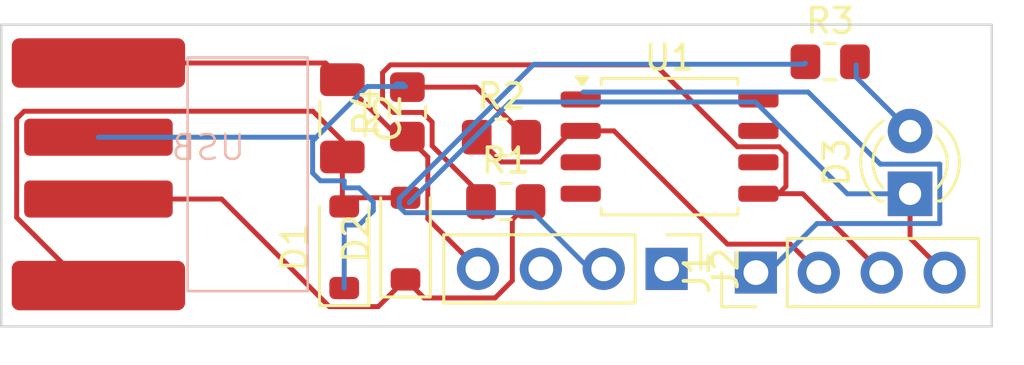
<source format=kicad_pcb>
(kicad_pcb (version 20241229) (generator "pcbnew") (generator_version "9.0")
  (layers (0 "F.Cu" signal) (2 "B.Cu" signal) (13 "F.Paste" user) (15 "B.Paste" user) (5 "F.SilkS" user "F.Silkscreen") (7 "B.SilkS" user "B.Silkscreen") (1 "F.Mask" user) (3 "B.Mask" user) (25 "Edge.Cuts" user))
  (net 0 "")
  (net 1 "+5V")
  (net 2 "GND")
  (net 3 "Net-(D1-K)")
  (net 4 "Net-(D2-K)")
  (net 5 "Net-(D3-A)")
  (net 6 "Net-(J1-Pin_1)")
  (net 7 "Net-(J1-Pin_3)")
  (net 8 "Net-(J1-Pin_2)")
  (net 9 "Net-(J2-Pin_3)")
  (net 10 "Net-(J2-Pin_1)")
  (net 11 "Net-(J2-Pin_2)")
  (footprint "Package_SO:SOIC-8_5.3x5.3mm_P1.27mm" (layer "F.Cu") (at 57.7875 81.13)
    (property "Reference" "U1" (at 0 -3.6 0) (layer "F.SilkS"))
    (property "Value" "ATtiny85-20M")
    (fp_line (start -2.76 -2.76) (end -2.76 -2.49) (stroke (width 0.12)) (layer "F.SilkS"))
    (fp_line (start -2.76 2.76) (end -2.76 2.49) (stroke (width 0.12)) (layer "F.SilkS"))
    (fp_line (start 0 -2.76) (end -2.76 -2.76) (stroke (width 0.12)) (layer "F.SilkS"))
    (fp_line (start 0 -2.76) (end 2.76 -2.76) (stroke (width 0.12)) (layer "F.SilkS"))
    (fp_line (start 0 2.76) (end -2.76 2.76) (stroke (width 0.12)) (layer "F.SilkS"))
    (fp_line (start 0 2.76) (end 2.76 2.76) (stroke (width 0.12)) (layer "F.SilkS"))
    (fp_line (start 2.76 -2.76) (end 2.76 -2.49) (stroke (width 0.12)) (layer "F.SilkS"))
    (fp_line (start 2.76 2.76) (end 2.76 2.49) (stroke (width 0.12)) (layer "F.SilkS"))
    (fp_poly (pts (xy -3.525 -2.49) (xy -3.765 -2.82) (xy -3.285 -2.82)) (stroke (width 0.12)) (fill yes) (layer "F.SilkS"))
    (pad "1" smd roundrect (at -3.5875 -1.905) (size 1.625 0.65) (layers "F.Cu" "F.Mask" "F.Paste") (net 6 "Net-(J1-Pin_1)"))
    (pad "2" smd roundrect (at -3.5875 -0.635) (size 1.625 0.65) (layers "F.Cu" "F.Mask" "F.Paste") (net 8 "Net-(J1-Pin_2)"))
    (pad "3" smd roundrect (at -3.5875 0.635) (size 1.625 0.65) (layers "F.Cu" "F.Mask" "F.Paste"))
    (pad "4" smd roundrect (at -3.5875 1.905) (size 1.625 0.65) (layers "F.Cu" "F.Mask" "F.Paste"))
    (pad "5" smd roundrect (at 3.5875 1.905) (size 1.625 0.65) (layers "F.Cu" "F.Mask" "F.Paste") (net 7 "Net-(J1-Pin_3)"))
    (pad "6" smd roundrect (at 3.5875 0.635) (size 1.625 0.65) (layers "F.Cu" "F.Mask" "F.Paste"))
    (pad "7" smd roundrect (at 3.5875 -0.635) (size 1.625 0.65) (layers "F.Cu" "F.Mask" "F.Paste"))
    (pad "8" smd roundrect (at 3.5875 -1.905) (size 1.625 0.65) (layers "F.Cu" "F.Mask" "F.Paste") (net 2 "GND"))
  )
  (footprint "Diode_SMD:D_SOD-123" (layer "F.Cu") (at 44.65 85.2 90)
    (property "Reference" "D1" (at 0 -2 90) (layer "F.SilkS"))
    (property "Value" "3v6")
    (fp_line (start -2.36 -1) (end 1.65 -1) (stroke (width 0.12)) (layer "F.SilkS"))
    (fp_line (start -2.36 -1) (end -2.36 1) (stroke (width 0.12)) (layer "F.SilkS"))
    (fp_line (start -2.36 1) (end 1.65 1) (stroke (width 0.12)) (layer "F.SilkS"))
    (pad "1" smd roundrect (at -1.65 0 90) (size 0.9 1.2) (layers "F.Cu" "F.Mask" "F.Paste") (net 3 "Net-(D1-K)"))
    (pad "2" smd roundrect (at 1.65 0 90) (size 0.9 1.2) (layers "F.Cu" "F.Mask" "F.Paste") (net 2 "GND"))
  )
  (footprint "Resistor_SMD:R_0805_2012Metric_Pad1.20x1.40mm_HandSolder" (layer "F.Cu") (at 47.2 79.725 90)
    (property "Reference" "R4" (at 0 -1.65 90) (layer "F.SilkS"))
    (property "Value" "1k5")
    (fp_line (start -0.227064 -0.735) (end 0.227064 -0.735) (stroke (width 0.12)) (layer "F.SilkS"))
    (fp_line (start -0.227064 0.735) (end 0.227064 0.735) (stroke (width 0.12)) (layer "F.SilkS"))
    (pad "1" smd roundrect (at -1 0 90) (size 1.2 1.4) (layers "F.Cu" "F.Mask" "F.Paste") (roundrect_rratio 0.208333) (net 1 "+5V"))
    (pad "2" smd roundrect (at 1 0 90) (size 1.2 1.4) (layers "F.Cu" "F.Mask" "F.Paste") (roundrect_rratio 0.208333) (net 3 "Net-(D1-K)"))
  )
  (footprint "Library footprint:USB footprint" (layer "F.Cu") (at 34.725 86.75)
    (property "Reference" "U2" (hide yes))
    (property "Value" "~")
    (fp_rect (start 3.6 -9.225) (end 8.45 0.225) (stroke (width 0.1)) (fill no) (layer "B.SilkS"))
    (fp_text user "USB" (at 6 -5 0) (layer "B.SilkS") (effects (font (thickness 0.1)) (justify left bottom mirror)))
    (pad "1" smd roundrect (at 0 -9) (size 7 2) (layers "F.Cu" "F.Mask" "F.Paste") (roundrect_rratio 0.15) (net 1 "+5V"))
    (pad "2" smd roundrect (at 0 -6) (size 6 1.5) (layers "F.Cu" "F.Mask" "F.Paste") (roundrect_rratio 0.15) (net 3 "Net-(D1-K)"))
    (pad "3" smd roundrect (at 0 -3.5) (size 6 1.5) (layers "F.Cu" "F.Mask" "F.Paste") (roundrect_rratio 0.15) (net 4 "Net-(D2-K)"))
    (pad "4" smd roundrect (at 0 0) (size 7 2) (layers "F.Cu" "F.Mask" "F.Paste") (roundrect_rratio 0.15) (net 2 "GND"))
  )
  (footprint "Connector_PinHeader_2.54mm:PinHeader_1x04_P2.54mm_Vertical" (layer "F.Cu") (at 61.275 86.225 90)
    (property "Reference" "J1" (at 0 -2.38 90) (layer "F.SilkS"))
    (property "Value" "S08-1-4")
    (fp_line (start -1.38 -1.38) (end 0 -1.38) (stroke (width 0.12)) (layer "F.SilkS"))
    (fp_line (start -1.38 0) (end -1.38 -1.38) (stroke (width 0.12)) (layer "F.SilkS"))
    (fp_line (start 1.38 1.27) (end 1.38 9) (stroke (width 0.12)) (layer "F.SilkS"))
    (fp_line (start -1.38 1.27) (end 1.38 1.27) (stroke (width 0.12)) (layer "F.SilkS"))
    (fp_line (start -1.38 1.27) (end -1.38 9) (stroke (width 0.12)) (layer "F.SilkS"))
    (fp_line (start -1.38 9) (end 1.38 9) (stroke (width 0.12)) (layer "F.SilkS"))
    (pad "1" thru_hole rect (at 0 0 90) (size 1.7 1.7) (drill 1) (layers "*.Cu" "*.Mask") (net 6 "Net-(J1-Pin_1)"))
    (pad "2" thru_hole circle (at 0 2.54 90) (size 1.7 1.7) (drill 1) (layers "*.Cu" "*.Mask") (net 8 "Net-(J1-Pin_2)"))
    (pad "3" thru_hole circle (at 0 5.08 90) (size 1.7 1.7) (drill 1) (layers "*.Cu" "*.Mask") (net 7 "Net-(J1-Pin_3)"))
    (pad "4" thru_hole circle (at 0 7.62 90) (size 1.7 1.7) (drill 1) (layers "*.Cu" "*.Mask") (net 2 "GND"))
  )
  (footprint "Connector_PinHeader_2.54mm:PinHeader_1x04_P2.54mm_Vertical" (layer "F.Cu") (at 57.67 86.075 -90)
    (property "Reference" "J2" (at 0 -2.38 90) (layer "F.SilkS"))
    (property "Value" "SO8-5-8")
    (fp_line (start -1.38 9) (end 1.38 9) (stroke (width 0.12)) (layer "F.SilkS"))
    (fp_line (start -1.38 1.27) (end -1.38 9) (stroke (width 0.12)) (layer "F.SilkS"))
    (fp_line (start -1.38 1.27) (end 1.38 1.27) (stroke (width 0.12)) (layer "F.SilkS"))
    (fp_line (start 1.38 1.27) (end 1.38 9) (stroke (width 0.12)) (layer "F.SilkS"))
    (fp_line (start -1.38 0) (end -1.38 -1.38) (stroke (width 0.12)) (layer "F.SilkS"))
    (fp_line (start -1.38 -1.38) (end 0 -1.38) (stroke (width 0.12)) (layer "F.SilkS"))
    (pad "1" thru_hole rect (at 0 0 270) (size 1.7 1.7) (drill 1) (layers "*.Cu" "*.Mask") (net 10 "Net-(J2-Pin_1)"))
    (pad "2" thru_hole circle (at 0 2.54 270) (size 1.7 1.7) (drill 1) (layers "*.Cu" "*.Mask") (net 11 "Net-(J2-Pin_2)"))
    (pad "3" thru_hole circle (at 0 5.08 270) (size 1.7 1.7) (drill 1) (layers "*.Cu" "*.Mask") (net 9 "Net-(J2-Pin_3)"))
    (pad "4" thru_hole circle (at 0 7.62 270) (size 1.7 1.7) (drill 1) (layers "*.Cu" "*.Mask") (net 1 "+5V"))
  )
  (footprint "Resistor_SMD:R_0805_2012Metric_Pad1.20x1.40mm_HandSolder" (layer "F.Cu") (at 51.175 83.35)
    (property "Reference" "R1" (at 0 -1.65 0) (layer "F.SilkS"))
    (property "Value" "68R")
    (fp_line (start -0.227064 -0.735) (end 0.227064 -0.735) (stroke (width 0.12)) (layer "F.SilkS"))
    (fp_line (start -0.227064 0.735) (end 0.227064 0.735) (stroke (width 0.12)) (layer "F.SilkS"))
    (pad "1" smd roundrect (at -1 0) (size 1.2 1.4) (layers "F.Cu" "F.Mask" "F.Paste") (roundrect_rratio 0.208333) (net 7 "Net-(J1-Pin_3)"))
    (pad "2" smd roundrect (at 1 0) (size 1.2 1.4) (layers "F.Cu" "F.Mask" "F.Paste") (roundrect_rratio 0.208333) (net 4 "Net-(D2-K)"))
  )
  (footprint "Diode_SMD:D_SOD-123" (layer "F.Cu") (at 47.125 84.85 90)
    (property "Reference" "D2" (at 0 -2 90) (layer "F.SilkS"))
    (property "Value" "3v6")
    (fp_line (start -2.36 -1) (end 1.65 -1) (stroke (width 0.12)) (layer "F.SilkS"))
    (fp_line (start -2.36 -1) (end -2.36 1) (stroke (width 0.12)) (layer "F.SilkS"))
    (fp_line (start -2.36 1) (end 1.65 1) (stroke (width 0.12)) (layer "F.SilkS"))
    (pad "1" smd roundrect (at -1.65 0 90) (size 0.9 1.2) (layers "F.Cu" "F.Mask" "F.Paste") (net 4 "Net-(D2-K)"))
    (pad "2" smd roundrect (at 1.65 0 90) (size 0.9 1.2) (layers "F.Cu" "F.Mask" "F.Paste") (net 2 "GND"))
  )
  (footprint "LED_THT:LED_D3.0mm_IRGrey" (layer "F.Cu") (at 67.5 83.04 90)
    (property "Reference" "D3" (at 1.27 -2.96 90) (layer "F.SilkS"))
    (property "Value" "LED")
    (fp_line (start -0.29 -1.236) (end -0.29 -1.08) (stroke (width 0.12)) (layer "F.SilkS"))
    (fp_line (start -0.29 1.08) (end -0.29 1.236) (stroke (width 0.12)) (layer "F.SilkS"))
    (fp_arc (start -0.29 -1.235516) (mid 1.36566 -1.987699) (end 2.941437 -1.08) (stroke (width 0.12)) (layer "F.SilkS"))
    (fp_arc (start 0.229039 -1.08) (mid 1.27 -1.5) (end 2.310961 -1.08) (stroke (width 0.12)) (layer "F.SilkS"))
    (fp_arc (start 2.941437 1.08) (mid 1.36566 1.987699) (end -0.29 1.235516) (stroke (width 0.12)) (layer "F.SilkS"))
    (fp_arc (start 2.310961 1.08) (mid 1.27 1.5) (end 0.229039 1.08) (stroke (width 0.12)) (layer "F.SilkS"))
    (pad "1" thru_hole rect (at 0 0 90) (size 1.8 1.8) (drill 0.9) (layers "*.Cu" "*.Mask") (net 2 "GND"))
    (pad "2" thru_hole circle (at 2.54 0 90) (size 1.8 1.8) (drill 0.9) (layers "*.Cu" "*.Mask") (net 5 "Net-(D3-A)"))
  )
  (footprint "Resistor_SMD:R_0805_2012Metric_Pad1.20x1.40mm_HandSolder" (layer "F.Cu") (at 64.275 77.7)
    (property "Reference" "R3" (at 0 -1.65 0) (layer "F.SilkS"))
    (property "Value" "330R")
    (fp_line (start -0.227064 -0.735) (end 0.227064 -0.735) (stroke (width 0.12)) (layer "F.SilkS"))
    (fp_line (start -0.227064 0.735) (end 0.227064 0.735) (stroke (width 0.12)) (layer "F.SilkS"))
    (pad "1" smd roundrect (at -1 0) (size 1.2 1.4) (layers "F.Cu" "F.Mask" "F.Paste") (roundrect_rratio 0.208333) (net 11 "Net-(J2-Pin_2)"))
    (pad "2" smd roundrect (at 1 0) (size 1.2 1.4) (layers "F.Cu" "F.Mask" "F.Paste") (roundrect_rratio 0.208333) (net 5 "Net-(D3-A)"))
  )
  (footprint "Capacitor_SMD:C_1206_3216Metric_Pad1.33x1.80mm_HandSolder" (layer "F.Cu") (at 44.575 79.9875 -90)
    (property "Reference" "C2" (at 0 -1.85 90) (layer "F.SilkS"))
    (property "Value" "100n")
    (fp_line (start -0.711252 0.91) (end 0.711252 0.91) (stroke (width 0.12)) (layer "F.SilkS"))
    (fp_line (start -0.711252 -0.91) (end 0.711252 -0.91) (stroke (width 0.12)) (layer "F.SilkS"))
    (pad "1" smd roundrect (at -1.5625 0 270) (size 1.325 1.8) (layers "F.Cu" "F.Mask" "F.Paste") (roundrect_rratio 0.188679) (net 1 "+5V"))
    (pad "2" smd roundrect (at 1.5625 0 270) (size 1.325 1.8) (layers "F.Cu" "F.Mask" "F.Paste") (roundrect_rratio 0.188679) (net 2 "GND"))
  )
  (footprint "Resistor_SMD:R_0805_2012Metric_Pad1.20x1.40mm_HandSolder" (layer "F.Cu") (at 51 80.75)
    (property "Reference" "R2" (at 0 -1.65 0) (layer "F.SilkS"))
    (property "Value" "68R")
    (fp_line (start -0.227064 -0.735) (end 0.227064 -0.735) (stroke (width 0.12)) (layer "F.SilkS"))
    (fp_line (start -0.227064 0.735) (end 0.227064 0.735) (stroke (width 0.12)) (layer "F.SilkS"))
    (pad "1" smd roundrect (at -1 0) (size 1.2 1.4) (layers "F.Cu" "F.Mask" "F.Paste") (roundrect_rratio 0.208333) (net 8 "Net-(J1-Pin_2)"))
    (pad "2" smd roundrect (at 1 0) (size 1.2 1.4) (layers "F.Cu" "F.Mask" "F.Paste") (roundrect_rratio 0.208333) (net 3 "Net-(D1-K)"))
  )
  (gr_rect (start 30.8 76.2) (end 70.8 88.4) (stroke (width 0.1)) (fill no) (layer "Edge.Cuts"))
  (segment (start 48.026 84.051) (end 50.05 86.075) (width 0.2) (layer "F.Cu") (net 1))
  (segment (start 47.2 80.725) (end 48.026 81.551) (width 0.2) (layer "F.Cu") (net 1))
  (segment (start 48.026 81.551) (end 48.026 84.051) (width 0.2) (layer "F.Cu") (net 1))
  (segment (start 34.725 77.75) (end 43.9 77.75) (width 0.2) (layer "F.Cu") (net 1))
  (segment (start 43.9 77.75) (end 44.575 78.425) (width 0.2) (layer "F.Cu") (net 1))
  (segment (start 44.575 78.425) (end 44.575 78.475) (width 0.2) (layer "F.Cu") (net 1))
  (segment (start 49.349 85.949) (end 50.125 86.725) (width 0.2) (layer "F.Cu") (net 1))
  (segment (start 44.575 78.475) (end 46.825 80.725) (width 0.2) (layer "F.Cu") (net 1))
  (segment (start 46.825 80.725) (end 47.2 80.725) (width 0.2) (layer "F.Cu") (net 1))
  (segment (start 44.575 81.55) (end 44.575 83.475) (width 0.2) (layer "F.Cu") (net 2))
  (segment (start 34.17489 86.75) (end 31.424 83.99911) (width 0.2) (layer "F.Cu") (net 2))
  (segment (start 31.72589 79.699) (end 43.3865 79.699) (width 0.2) (layer "F.Cu") (net 2))
  (segment (start 44.575 80.8875) (end 44.575 81.55) (width 0.2) (layer "F.Cu") (net 2))
  (segment (start 45 83.2) (end 44.65 83.55) (width 0.2) (layer "F.Cu") (net 2))
  (segment (start 47.125 83.2) (end 45 83.2) (width 0.2) (layer "F.Cu") (net 2))
  (segment (start 67.5 83.04) (end 67.5 84.83) (width 0.2) (layer "F.Cu") (net 2))
  (segment (start 31.424 83.99911) (end 31.424 80.00089) (width 0.2) (layer "F.Cu") (net 2))
  (segment (start 67.5 84.83) (end 68.895 86.225) (width 0.2) (layer "F.Cu") (net 2))
  (segment (start 31.424 80.00089) (end 31.72589 79.699) (width 0.2) (layer "F.Cu") (net 2))
  (segment (start 47.125 83.25) (end 47.275 83.4) (width 0.2) (layer "F.Cu") (net 2))
  (segment (start 43.3865 79.699) (end 44.575 80.8875) (width 0.2) (layer "F.Cu") (net 2))
  (segment (start 44.575 83.475) (end 44.65 83.55) (width 0.2) (layer "F.Cu") (net 2))
  (segment (start 47.125 83.2) (end 47.125 83.25) (width 0.2) (layer "F.Cu") (net 2))
  (segment (start 34.725 86.75) (end 34.17489 86.75) (width 0.2) (layer "F.Cu") (net 2))
  (segment (start 64.965 83.04) (end 67.5 83.04) (width 0.2) (layer "B.Cu") (net 2))
  (segment (start 51.35 79.325) (end 61.25 79.325) (width 0.2) (layer "B.Cu") (net 2))
  (segment (start 47.275 83.4) (end 51.35 79.325) (width 0.2) (layer "B.Cu") (net 2))
  (segment (start 61.25 79.325) (end 64.965 83.04) (width 0.2) (layer "B.Cu") (net 2))
  (segment (start 46.875 78.725) (end 46.75 78.6) (width 0.2) (layer "F.Cu") (net 3))
  (segment (start 47.2 78.725) (end 46.875 78.725) (width 0.2) (layer "F.Cu") (net 3))
  (segment (start 47.2 78.725) (end 49.975 78.725) (width 0.2) (layer "F.Cu") (net 3))
  (segment (start 34.725 80.75) (end 34.75 80.775) (width 0.2) (layer "F.Cu") (net 3))
  (segment (start 49.975 78.725) (end 52 80.75) (width 0.2) (layer "F.Cu") (net 3))
  (segment (start 44.65 82.799) (end 45.24911 82.799) (width 0.2) (layer "B.Cu") (net 3))
  (segment (start 47.125 78.7) (end 45.57634 78.7) (width 0.2) (layer "B.Cu") (net 3))
  (segment (start 46.75 78.6) (end 47.025 78.6) (width 0.2) (layer "B.Cu") (net 3))
  (segment (start 45.24911 84.301) (end 44.65 84.301) (width 0.2) (layer "B.Cu") (net 3))
  (segment (start 45.825 83.72511) (end 45.24911 84.301) (width 0.2) (layer "B.Cu") (net 3))
  (segment (start 43.52634 80.75) (end 43.45067 80.82567) (width 0.2) (layer "B.Cu") (net 3))
  (segment (start 45.57634 78.7) (end 43.45067 80.82567) (width 0.2) (layer "B.Cu") (net 3))
  (segment (start 47.025 78.6) (end 47.125 78.7) (width 0.2) (layer "B.Cu") (net 3))
  (segment (start 45.24911 82.799) (end 45.825 83.37489) (width 0.2) (layer "B.Cu") (net 3))
  (segment (start 44.65 84.301) (end 44.65 86.85) (width 0.2) (layer "B.Cu") (net 3))
  (segment (start 43.45067 80.82567) (end 43.374 80.90234) (width 0.2) (layer "B.Cu") (net 3))
  (segment (start 34.725 80.75) (end 43.52634 80.75) (width 0.2) (layer "B.Cu") (net 3))
  (segment (start 43.374 82.19766) (end 43.68984 82.5135) (width 0.2) (layer "B.Cu") (net 3))
  (segment (start 45.825 83.37489) (end 45.825 83.72511) (width 0.2) (layer "B.Cu") (net 3))
  (segment (start 43.68984 82.5135) (end 44.65 82.5135) (width 0.2) (layer "B.Cu") (net 3))
  (segment (start 44.65 82.5135) (end 44.65 82.799) (width 0.2) (layer "B.Cu") (net 3))
  (segment (start 43.374 80.90234) (end 43.374 82.19766) (width 0.2) (layer "B.Cu") (net 3))
  (segment (start 47.875 87.25) (end 50.74076 87.25) (width 0.2) (layer "F.Cu") (net 4))
  (segment (start 46.024 87.601) (end 47.125 86.5) (width 0.2) (layer "F.Cu") (net 4))
  (segment (start 47.125 86.5) (end 47.875 87.25) (width 0.2) (layer "F.Cu") (net 4))
  (segment (start 51.439 84.086) (end 52.175 83.35) (width 0.2) (layer "F.Cu") (net 4))
  (segment (start 34.725 83.25) (end 39.69989 83.25) (width 0.2) (layer "F.Cu") (net 4))
  (segment (start 44.05089 87.601) (end 46.024 87.601) (width 0.2) (layer "F.Cu") (net 4))
  (segment (start 39.69989 83.25) (end 44.05089 87.601) (width 0.2) (layer "F.Cu") (net 4))
  (segment (start 50.74076 87.25) (end 51.439 86.55176) (width 0.2) (layer "F.Cu") (net 4))
  (segment (start 51.439 86.55176) (end 51.439 84.086) (width 0.2) (layer "F.Cu") (net 4))
  (segment (start 67.5 80.5) (end 65.325 78.325) (width 0.2) (layer "B.Cu") (net 5))
  (segment (start 65.325 78.325) (end 65.325 77.825) (width 0.2) (layer "B.Cu") (net 5))
  (segment (start 63.384 78.924) (end 54.3 78.924) (width 0.2) (layer "B.Cu") (net 6))
  (segment (start 63.739 84.241) (end 68.701 84.241) (width 0.2) (layer "B.Cu") (net 6))
  (segment (start 61.33 86.65) (end 63.739 84.241) (width 0.2) (layer "B.Cu") (net 6))
  (segment (start 68.701 81.839) (end 66.299 81.839) (width 0.2) (layer "B.Cu") (net 6))
  (segment (start 66.299 81.839) (end 63.384 78.924) (width 0.2) (layer "B.Cu") (net 6))
  (segment (start 68.701 84.241) (end 68.701 81.839) (width 0.2) (layer "B.Cu") (net 6))
  (segment (start 47.81016 79.749) (end 48.201 80.13984) (width 0.2) (layer "F.Cu") (net 7))
  (segment (start 48.201 81.101) (end 50.25 83.15) (width 0.2) (layer "F.Cu") (net 7))
  (segment (start 50.25 83.15) (end 50.25 84) (width 0.2) (layer "F.Cu") (net 7))
  (segment (start 62.4885 82.733999) (end 62.4885 81.40601) (width 0.2) (layer "F.Cu") (net 7))
  (segment (start 63.165 83.035) (end 66.355 86.225) (width 0.2) (layer "F.Cu") (net 7))
  (segment (start 61.375 83.035) (end 62.187499 83.035) (width 0.2) (layer "F.Cu") (net 7))
  (segment (start 48.201 80.13984) (end 48.201 81.101) (width 0.2) (layer "F.Cu") (net 7))
  (segment (start 46.199 78.13984) (end 46.199 79.31016) (width 0.2) (layer "F.Cu") (net 7))
  (segment (start 61.375 83.035) (end 63.165 83.035) (width 0.2) (layer "F.Cu") (net 7))
  (segment (start 46.51484 77.824) (end 46.199 78.13984) (width 0.2) (layer "F.Cu") (net 7))
  (segment (start 62.4885 81.40601) (end 62.22149 81.139) (width 0.2) (layer "F.Cu") (net 7))
  (segment (start 46.199 79.31016) (end 46.63784 79.749) (width 0.2) (layer "F.Cu") (net 7))
  (segment (start 62.22149 81.139) (end 60.52851 81.139) (width 0.2) (layer "F.Cu") (net 7))
  (segment (start 57.21351 77.824) (end 46.51484 77.824) (width 0.2) (layer "F.Cu") (net 7))
  (segment (start 60.52851 81.139) (end 57.21351 77.824) (width 0.2) (layer "F.Cu") (net 7))
  (segment (start 62.187499 83.035) (end 62.4885 82.733999) (width 0.2) (layer "F.Cu") (net 7))
  (segment (start 66.41 86.28) (end 66.41 86.65) (width 0.2) (layer "F.Cu") (net 7))
  (segment (start 46.63784 79.749) (end 47.81016 79.749) (width 0.2) (layer "F.Cu") (net 7))
  (segment (start 50 80.75) (end 51.001 81.751) (width 0.2) (layer "F.Cu") (net 8))
  (segment (start 51.001 81.751) (end 52.58516 81.751) (width 0.2) (layer "F.Cu") (net 8))
  (segment (start 55.545 80.495) (end 60.124 85.074) (width 0.2) (layer "F.Cu") (net 8))
  (segment (start 63.51751 86.65) (end 63.87 86.65) (width 0.2) (layer "F.Cu") (net 8))
  (segment (start 54.2 80.495) (end 55.545 80.495) (width 0.2) (layer "F.Cu") (net 8))
  (segment (start 60.124 85.074) (end 62.664 85.074) (width 0.2) (layer "F.Cu") (net 8))
  (segment (start 53.84116 80.495) (end 54.2 80.495) (width 0.2) (layer "F.Cu") (net 8))
  (segment (start 52.58516 81.751) (end 53.84116 80.495) (width 0.2) (layer "F.Cu") (net 8))
  (segment (start 62.664 85.074) (end 63.815 86.225) (width 0.2) (layer "F.Cu") (net 8))
  (segment (start 57.75 86.725) (end 57.775 86.75) (width 0.2) (layer "B.Cu") (net 10))
  (segment (start 57.745 86.725) (end 57.75 86.725) (width 0.2) (layer "B.Cu") (net 10))
  (segment (start 47.1089 83.801) (end 46.874 83.5661) (width 0.2) (layer "B.Cu") (net 11))
  (segment (start 52.281 83.801) (end 47.1089 83.801) (width 0.2) (layer "B.Cu") (net 11))
  (segment (start 63.25 77.775) (end 63.275 77.75) (width 0.2) (layer "B.Cu") (net 11))
  (segment (start 63.225 77.8) (end 63.25 77.775) (width 0.2) (layer "B.Cu") (net 11))
  (segment (start 46.874 83.2339) (end 52.3079 77.8) (width 0.2) (layer "B.Cu") (net 11))
  (segment (start 46.874 83.5661) (end 46.874 83.2339) (width 0.2) (layer "B.Cu") (net 11))
  (segment (start 55.205 86.725) (end 52.281 83.801) (width 0.2) (layer "B.Cu") (net 11))
  (segment (start 63.05 77.8) (end 63.225 77.8) (width 0.2) (layer "B.Cu") (net 11))
  (segment (start 52.3079 77.8) (end 63.05 77.8) (width 0.2) (layer "B.Cu") (net 11))
)
</source>
